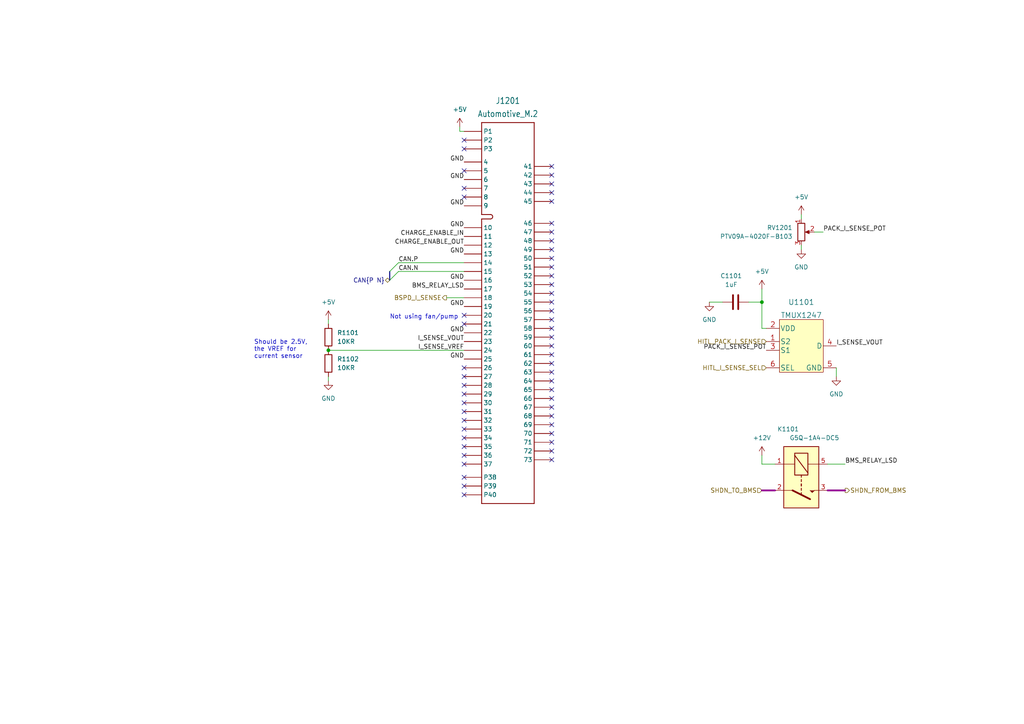
<source format=kicad_sch>
(kicad_sch (version 20230121) (generator eeschema)
  (paper "A4")
  (lib_symbols
    (symbol "10KR_1" (pin_numbers hide) (pin_names (offset 0))
      (property "Reference" "R" (at 2.032 0 90))
      (property "Value" "10KR_1" (at 0 0 90))
      (symbol "10KR_1_0_1"
        (rectangle (start -1.016 -2.54) (end 1.016 2.54) (stroke (width 0.254)))
      )
      (symbol "10KR_1_1_1"
        (pin passive line (at 0 3.81 270) (length 1.27) (name "~") (number "1"))
        (pin passive line (at 0 -3.81 90) (length 1.27) (name "~") (number "2"))
      )
    )
    (symbol "OEM:10KR" (pin_numbers hide) (pin_names (offset 0))
      (property "Reference" "R" (at 2.032 0 90))
      (property "Value" "10KR" (at 0 0 90))
      (symbol "10KR_0_1"
        (rectangle (start -1.016 -2.54) (end 1.016 2.54) (stroke (width 0.254)))
      )
      (symbol "10KR_1_1"
        (pin passive line (at 0 3.81 270) (length 1.27) (name "~") (number "1"))
        (pin passive line (at 0 -3.81 90) (length 1.27) (name "~") (number "2"))
      )
    )
    (symbol "OEM:1uF" (pin_numbers hide) (pin_names (offset 0.254))
      (property "Reference" "C" (at 0.635 2.54 0))
      (property "Value" "1uF" (at 0.635 -2.54 0))
      (symbol "1uF_0_1"
        (polyline (pts (xy -2.032 -0.762) (xy 2.032 -0.762)) (stroke (width 0.508)))
        (polyline (pts (xy -2.032 0.762) (xy 2.032 0.762)) (stroke (width 0.508)))
      )
      (symbol "1uF_1_1"
        (pin passive line (at 0 3.81 270) (length 2.794) (name "~") (number "1"))
        (pin passive line (at 0 -3.81 90) (length 2.794) (name "~") (number "2"))
      )
    )
    (symbol "OEM:Automotive_M.2"
      (property "Reference" "J?" (at 1.27 49.53 0))
      (property "Value" "Automotive_M.2" (at 7.62 45.72 0))
      (symbol "Automotive_M.2_0_1"
        (arc (start -5.0436 15.2415) (mid -4.4198 15.8765) (end -5.0436 16.5115) (stroke (width 0.25)))
        (polyline (pts (xy -7.62 15.24) (xy -5.08 15.24)) (stroke (width 0.25)))
        (polyline (pts (xy -7.62 16.51) (xy -5.08 16.51)) (stroke (width 0.25)))
        (polyline (pts (xy -7.62 43.18) (xy -7.62 16.51)) (stroke (width 0.25)))
        (polyline (pts (xy 7.62 -67.31) (xy -7.62 -67.31)) (stroke (width 0.25)))
      )
      (symbol "Automotive_M.2_1_0"
        (polyline (pts (xy -7.62 -67.31) (xy -7.62 15.24)) (stroke (width 0.254)))
        (polyline (pts (xy 7.62 43.18) (xy -7.62 43.18)) (stroke (width 0.254)))
        (polyline (pts (xy 7.62 43.18) (xy 7.62 -67.31)) (stroke (width 0.254)))
        (pin bidirectional line (at -12.7 12.7 0) (length 5.08) (name "10") (number "10"))
        (pin bidirectional line (at -12.7 10.16 0) (length 5.08) (name "11") (number "11"))
        (pin bidirectional line (at -12.7 7.62 0) (length 5.08) (name "12") (number "12"))
        (pin bidirectional line (at -12.7 5.08 0) (length 5.08) (name "13") (number "13"))
        (pin bidirectional line (at -12.7 2.54 0) (length 5.08) (name "14") (number "14"))
        (pin bidirectional line (at -12.7 0 0) (length 5.08) (name "15") (number "15"))
        (pin bidirectional line (at -12.7 -2.54 0) (length 5.08) (name "16") (number "16"))
        (pin bidirectional line (at -12.7 -5.08 0) (length 5.08) (name "17") (number "17"))
        (pin bidirectional line (at -12.7 -7.62 0) (length 5.08) (name "18") (number "18"))
        (pin bidirectional line (at -12.7 -10.16 0) (length 5.08) (name "19") (number "19"))
        (pin bidirectional line (at -12.7 -12.7 0) (length 5.08) (name "20") (number "20"))
        (pin bidirectional line (at -12.7 -15.24 0) (length 5.08) (name "21") (number "21"))
        (pin bidirectional line (at -12.7 -17.78 0) (length 5.08) (name "22") (number "22"))
        (pin bidirectional line (at -12.7 -20.32 0) (length 5.08) (name "23") (number "23"))
        (pin bidirectional line (at -12.7 -22.86 0) (length 5.08) (name "24") (number "24"))
        (pin bidirectional line (at -12.7 -25.4 0) (length 5.08) (name "25") (number "25"))
        (pin bidirectional line (at -12.7 -27.94 0) (length 5.08) (name "26") (number "26"))
        (pin bidirectional line (at -12.7 -30.48 0) (length 5.08) (name "27") (number "27"))
        (pin bidirectional line (at -12.7 -33.02 0) (length 5.08) (name "28") (number "28"))
        (pin bidirectional line (at -12.7 -35.56 0) (length 5.08) (name "29") (number "29"))
        (pin bidirectional line (at -12.7 -38.1 0) (length 5.08) (name "30") (number "30"))
        (pin bidirectional line (at -12.7 -40.64 0) (length 5.08) (name "31") (number "31"))
        (pin bidirectional line (at -12.7 -43.18 0) (length 5.08) (name "32") (number "32"))
        (pin bidirectional line (at -12.7 -45.72 0) (length 5.08) (name "33") (number "33"))
        (pin bidirectional line (at -12.7 -48.26 0) (length 5.08) (name "34") (number "34"))
        (pin bidirectional line (at -12.7 -50.8 0) (length 5.08) (name "35") (number "35"))
        (pin bidirectional line (at -12.7 -53.34 0) (length 5.08) (name "36") (number "36"))
        (pin bidirectional line (at -12.7 -55.88 0) (length 5.08) (name "37") (number "37"))
        (pin bidirectional line (at -12.7 31.75 0) (length 5.08) (name "4") (number "4"))
        (pin bidirectional line (at 12.7 30.48 180) (length 5.08) (name "41") (number "41"))
        (pin bidirectional line (at 12.7 27.94 180) (length 5.08) (name "42") (number "42"))
        (pin bidirectional line (at 12.7 25.4 180) (length 5.08) (name "43") (number "43"))
        (pin bidirectional line (at 12.7 22.86 180) (length 5.08) (name "44") (number "44"))
        (pin bidirectional line (at 12.7 20.32 180) (length 5.08) (name "45") (number "45"))
        (pin bidirectional line (at 12.7 13.97 180) (length 5.08) (name "46") (number "46"))
        (pin bidirectional line (at 12.7 11.43 180) (length 5.08) (name "47") (number "47"))
        (pin bidirectional line (at 12.7 8.89 180) (length 5.08) (name "48") (number "48"))
        (pin bidirectional line (at 12.7 6.35 180) (length 5.08) (name "49") (number "49"))
        (pin bidirectional line (at -12.7 29.21 0) (length 5.08) (name "5") (number "5"))
        (pin bidirectional line (at 12.7 3.81 180) (length 5.08) (name "50") (number "50"))
        (pin bidirectional line (at 12.7 1.27 180) (length 5.08) (name "51") (number "51"))
        (pin bidirectional line (at 12.7 -1.27 180) (length 5.08) (name "52") (number "52"))
        (pin bidirectional line (at 12.7 -3.81 180) (length 5.08) (name "53") (number "53"))
        (pin bidirectional line (at 12.7 -6.35 180) (length 5.08) (name "54") (number "54"))
        (pin bidirectional line (at 12.7 -8.89 180) (length 5.08) (name "55") (number "55"))
        (pin bidirectional line (at 12.7 -11.43 180) (length 5.08) (name "56") (number "56"))
        (pin bidirectional line (at 12.7 -13.97 180) (length 5.08) (name "57") (number "57"))
        (pin bidirectional line (at 12.7 -16.51 180) (length 5.08) (name "58") (number "58"))
        (pin bidirectional line (at 12.7 -19.05 180) (length 5.08) (name "59") (number "59"))
        (pin bidirectional line (at -12.7 26.67 0) (length 5.08) (name "6") (number "6"))
        (pin bidirectional line (at 12.7 -21.59 180) (length 5.08) (name "60") (number "60"))
        (pin bidirectional line (at 12.7 -24.13 180) (length 5.08) (name "61") (number "61"))
        (pin bidirectional line (at 12.7 -26.67 180) (length 5.08) (name "62") (number "62"))
        (pin bidirectional line (at 12.7 -29.21 180) (length 5.08) (name "63") (number "63"))
        (pin bidirectional line (at 12.7 -31.75 180) (length 5.08) (name "64") (number "64"))
        (pin bidirectional line (at 12.7 -34.29 180) (length 5.08) (name "65") (number "65"))
        (pin bidirectional line (at 12.7 -36.83 180) (length 5.08) (name "66") (number "66"))
        (pin bidirectional line (at 12.7 -39.37 180) (length 5.08) (name "67") (number "67"))
        (pin bidirectional line (at 12.7 -41.91 180) (length 5.08) (name "68") (number "68"))
        (pin bidirectional line (at 12.7 -44.45 180) (length 5.08) (name "69") (number "69"))
        (pin bidirectional line (at -12.7 24.13 0) (length 5.08) (name "7") (number "7"))
        (pin bidirectional line (at 12.7 -46.99 180) (length 5.08) (name "70") (number "70"))
        (pin bidirectional line (at 12.7 -49.53 180) (length 5.08) (name "71") (number "71"))
        (pin bidirectional line (at 12.7 -52.07 180) (length 5.08) (name "72") (number "72"))
        (pin bidirectional line (at 12.7 -54.61 180) (length 5.08) (name "73") (number "73"))
        (pin bidirectional line (at -12.7 21.59 0) (length 5.08) (name "8") (number "8"))
        (pin bidirectional line (at -12.7 19.05 0) (length 5.08) (name "9") (number "9"))
        (pin bidirectional line (at -12.7 40.64 0) (length 5.08) (name "P1") (number "P1"))
        (pin bidirectional line (at -12.7 38.1 0) (length 5.08) (name "P2") (number "P2"))
        (pin bidirectional line (at -12.7 35.56 0) (length 5.08) (name "P3") (number "P3"))
        (pin bidirectional line (at -12.7 -59.69 0) (length 5.08) (name "P38") (number "P38"))
        (pin bidirectional line (at -12.7 -62.23 0) (length 5.08) (name "P39") (number "P39"))
        (pin bidirectional line (at -12.7 -64.77 0) (length 5.08) (name "P40") (number "P40"))
      )
    )
    (symbol "OEM:G5Q-1A4-DC5" (pin_names (offset 1.016))
      (property "Reference" "K" (at 8.89 3.81 0))
      (property "Value" "G5Q-1A4-DC5" (at -10.16 -3.81 0))
      (symbol "G5Q-1A4-DC5_0_0"
        (polyline (pts (xy 2.54 3.81) (xy 2.54 5.08)))
      )
      (symbol "G5Q-1A4-DC5_0_1"
        (rectangle (start -10.16 5.08) (end 7.62 -5.08) (stroke (width 0.254)) (fill (type background)))
        (rectangle (start -8.255 1.905) (end -1.905 -1.905) (stroke (width 0.254)))
        (polyline (pts (xy -7.62 -1.905) (xy -2.54 1.905)) (stroke (width 0.254)))
        (polyline (pts (xy -5.08 -5.08) (xy -5.08 -1.905)))
        (polyline (pts (xy -5.08 5.08) (xy -5.08 1.905)))
        (polyline (pts (xy -1.905 0) (xy -1.27 0)) (stroke (width 0.254)))
        (polyline (pts (xy -0.635 0) (xy 0 0)) (stroke (width 0.254)))
        (polyline (pts (xy 0.635 0) (xy 1.27 0)) (stroke (width 0.254)))
        (polyline (pts (xy 0.635 0) (xy 1.27 0)) (stroke (width 0.254)))
        (polyline (pts (xy 1.905 0) (xy 2.54 0)) (stroke (width 0.254)))
        (polyline (pts (xy 2.54 -2.54) (xy 2.54 -5.08)))
        (polyline (pts (xy 2.54 -2.54) (xy 5.08 2.54)) (stroke (width 0.508)))
        (polyline (pts (xy 3.175 0) (xy 3.81 0)) (stroke (width 0.254)))
        (polyline (pts (xy 2.54 2.54) (xy 3.175 3.175) (xy 2.54 3.81)) (fill (type outline)))
      )
      (symbol "G5Q-1A4-DC5_1_1"
        (pin passive line (at -5.08 -7.62 90) (length 2.54) (name "~") (number "1"))
        (pin passive line (at 2.54 -7.62 90) (length 2.54) (name "~") (number "2"))
        (pin passive line (at 2.54 7.62 270) (length 2.54) (name "~") (number "3"))
        (pin passive line (at -5.08 7.62 270) (length 2.54) (name "~") (number "5"))
      )
    )
    (symbol "OEM:PTV09A-4020F-B103" (pin_names (offset 1.016) hide)
      (property "Reference" "RV" (at -4.445 0 90))
      (property "Value" "PTV09A-4020F-B103" (at -2.54 0 90))
      (symbol "PTV09A-4020F-B103_0_1"
        (polyline (pts (xy 2.54 0) (xy 1.524 0)))
        (polyline (pts (xy 1.143 0) (xy 2.286 0.508) (xy 2.286 -0.508) (xy 1.143 0)) (fill (type outline)))
        (rectangle (start 1.016 2.54) (end -1.016 -2.54) (stroke (width 0.254)))
      )
      (symbol "PTV09A-4020F-B103_1_1"
        (pin passive line (at 0 3.81 270) (length 1.27) (name "1") (number "1"))
        (pin passive line (at 3.81 0 180) (length 1.27) (name "2") (number "2"))
        (pin passive line (at 0 -3.81 90) (length 1.27) (name "3") (number "3"))
      )
    )
    (symbol "OEM:TMUX1247" (pin_names (offset 0.254))
      (property "Reference" "U" (at 0 12.7 0))
      (property "Value" "TMUX1247" (at 0 10.16 0))
      (symbol "TMUX1247_1_1"
        (rectangle (start -6.35 7.62) (end 6.35 -7.62) (fill (type background)))
        (pin bidirectional line (at -10.16 1.27 0) (length 3.81) (name "S2") (number "1"))
        (pin power_in line (at -10.16 5.08 0) (length 3.81) (name "VDD") (number "2"))
        (pin bidirectional line (at -10.16 -1.27 0) (length 3.81) (name "S1") (number "3"))
        (pin bidirectional line (at 10.16 0 180) (length 3.81) (name "D") (number "4"))
        (pin power_in line (at 10.16 -6.35 180) (length 3.81) (name "GND") (number "5"))
        (pin input line (at -10.16 -6.35 0) (length 3.81) (name "SEL") (number "6"))
      )
    )
    (symbol "power:+12V" (power) (pin_names (offset 0))
      (property "Value" "+12V" (at 0 3.556 0))
      (symbol "+12V_0_1"
        (polyline (pts (xy -0.762 1.27) (xy 0 2.54)))
        (polyline (pts (xy 0 0) (xy 0 2.54)))
        (polyline (pts (xy 0 2.54) (xy 0.762 1.27)))
      )
      (symbol "+12V_1_1"
        (pin power_in line (at 0 0 90) (length 0) hide (name "+12V") (number "1"))
      )
    )
    (symbol "power:+5V" (power) (pin_names (offset 0))
      (property "Value" "+5V" (at 0 3.556 0))
      (symbol "+5V_0_1"
        (polyline (pts (xy -0.762 1.27) (xy 0 2.54)))
        (polyline (pts (xy 0 0) (xy 0 2.54)))
        (polyline (pts (xy 0 2.54) (xy 0.762 1.27)))
      )
      (symbol "+5V_1_1"
        (pin power_in line (at 0 0 90) (length 0) hide (name "+5V") (number "1"))
      )
    )
    (symbol "power:GND" (power) (pin_names (offset 0))
      (property "Value" "GND" (at 0 -3.81 0))
      (symbol "GND_0_1"
        (polyline (pts (xy 0 0) (xy 0 -1.27) (xy 1.27 -1.27) (xy 0 -2.54) (xy -1.27 -1.27) (xy 0 -1.27)))
      )
      (symbol "GND_1_1"
        (pin power_in line (at 0 0 270) (length 0) hide (name "GND") (number "1"))
      )
    )
  )
  (junction (at 95.25 101.6))
  (junction (at 220.98 87.63))
  (no_connect (at 134.62 140.97))
  (no_connect (at 134.62 124.46))
  (no_connect (at 160.02 107.95))
  (no_connect (at 160.02 97.79))
  (no_connect (at 160.02 120.65))
  (no_connect (at 160.02 48.26))
  (no_connect (at 160.02 100.33))
  (no_connect (at 160.02 53.34))
  (no_connect (at 160.02 115.57))
  (no_connect (at 160.02 50.8))
  (no_connect (at 160.02 82.55))
  (no_connect (at 160.02 102.87))
  (no_connect (at 160.02 118.11))
  (no_connect (at 160.02 130.81))
  (no_connect (at 160.02 85.09))
  (no_connect (at 160.02 128.27))
  (no_connect (at 134.62 119.38))
  (no_connect (at 134.62 114.3))
  (no_connect (at 160.02 105.41))
  (no_connect (at 134.62 57.15))
  (no_connect (at 160.02 69.85))
  (no_connect (at 134.62 143.51))
  (no_connect (at 134.62 43.18))
  (no_connect (at 134.62 106.68))
  (no_connect (at 160.02 133.35))
  (no_connect (at 160.02 90.17))
  (no_connect (at 134.62 116.84))
  (no_connect (at 160.02 92.71))
  (no_connect (at 134.62 91.44))
  (no_connect (at 134.62 132.08))
  (no_connect (at 160.02 123.19))
  (no_connect (at 160.02 64.77))
  (no_connect (at 160.02 87.63))
  (no_connect (at 134.62 54.61))
  (no_connect (at 160.02 58.42))
  (no_connect (at 134.62 129.54))
  (no_connect (at 134.62 40.64))
  (no_connect (at 160.02 72.39))
  (no_connect (at 160.02 110.49))
  (no_connect (at 160.02 80.01))
  (no_connect (at 134.62 127))
  (no_connect (at 160.02 125.73))
  (no_connect (at 134.62 134.62))
  (no_connect (at 160.02 95.25))
  (no_connect (at 160.02 77.47))
  (no_connect (at 160.02 74.93))
  (no_connect (at 134.62 138.43))
  (no_connect (at 134.62 93.98))
  (no_connect (at 134.62 121.92))
  (no_connect (at 160.02 55.88))
  (no_connect (at 160.02 113.03))
  (no_connect (at 160.02 67.31))
  (no_connect (at 134.62 109.22))
  (no_connect (at 134.62 49.53))
  (no_connect (at 134.62 111.76))
  (bus_entry (at 113.03 78.74) (size 2.54 -2.54))
  (bus_entry (at 113.03 81.28) (size 2.54 -2.54))
  (wire (pts (xy 232.41 71.12) (xy 232.41 72.39)))
  (wire (pts (xy 115.57 78.74) (xy 134.62 78.74)))
  (wire (pts (xy 240.03 134.62) (xy 245.11 134.62)))
  (wire (pts (xy 220.98 132.08) (xy 220.98 134.62)))
  (wire (pts (xy 115.57 76.2) (xy 134.62 76.2)))
  (wire (pts (xy 133.35 36.83) (xy 133.35 38.1)))
  (wire (pts (xy 220.98 87.63) (xy 220.98 95.25)))
  (wire (pts (xy 232.41 62.23) (xy 232.41 63.5)))
  (bus (pts (xy 113.03 78.74) (xy 113.03 81.28)))
  (wire (pts (xy 220.98 95.25) (xy 222.25 95.25)))
  (wire (pts (xy 224.79 134.62) (xy 220.98 134.62)))
  (wire (pts (xy 129.54 86.36) (xy 134.62 86.36)))
  (wire (pts (xy 95.25 92.71) (xy 95.25 93.98)))
  (wire (pts (xy 240.03 142.24) (xy 245.11 142.24)) (stroke (width 0.508) (color 132 0 132 1)))
  (wire (pts (xy 220.98 142.24) (xy 224.79 142.24)) (stroke (width 0.508) (color 132 0 132 1)))
  (wire (pts (xy 95.25 101.6) (xy 134.62 101.6)))
  (wire (pts (xy 95.25 109.22) (xy 95.25 110.49)))
  (wire (pts (xy 238.76 67.31) (xy 236.22 67.31)))
  (wire (pts (xy 220.98 83.82) (xy 220.98 87.63)))
  (wire (pts (xy 205.74 87.63) (xy 209.55 87.63)))
  (wire (pts (xy 242.57 106.68) (xy 242.57 109.22)))
  (wire (pts (xy 217.17 87.63) (xy 220.98 87.63)))
  (wire (pts (xy 133.35 38.1) (xy 134.62 38.1)))
  (text "Should be 2.5V,\nthe VREF for\ncurrent sensor" (at 73.66 104.14 0) (effects (font (size 1.27 1.27)) (justify left bottom)))
  (text "Not using fan/pump" (at 113.03 92.71 0) (effects (font (size 1.27 1.27)) (justify left bottom)))
  (label "GND" (at 134.62 52.07 180))
  (label "BMS_RELAY_LSD" (at 245.11 134.62 0))
  (label "GND" (at 134.62 96.52 180))
  (label "GND" (at 134.62 81.28 180))
  (label "BMS_RELAY_LSD" (at 134.62 83.82 180))
  (label "CHARGE_ENABLE_OUT" (at 134.62 71.12 180))
  (label "GND" (at 134.62 73.66 180))
  (label "CAN.P" (at 115.57 76.2 0))
  (label "GND" (at 134.62 88.9 180))
  (label "PACK_I_SENSE_POT" (at 238.76 67.31 0))
  (label "GND" (at 134.62 66.04 180))
  (label "GND" (at 134.62 104.14 180))
  (label "CHARGE_ENABLE_IN" (at 134.62 68.58 180))
  (label "I_SENSE_VOUT" (at 242.57 100.33 0))
  (label "GND" (at 134.62 59.69 180))
  (label "PACK_I_SENSE_POT" (at 222.25 101.6 180))
  (label "I_SENSE_VREF" (at 134.6104 101.6 180))
  (label "I_SENSE_VOUT" (at 134.62 99.06 180))
  (label "CAN.N" (at 115.57 78.74 0))
  (label "GND" (at 134.62 46.99 180))
  (hierarchical_label "HITL_I_SENSE_SEL" (shape input) (at 222.25 106.68 180))
  (hierarchical_label "BSPD_I_SENSE" (shape output) (at 129.54 86.36 180))
  (hierarchical_label "SHDN_FROM_BMS" (shape output) (at 245.11 142.24 0))
  (hierarchical_label "CAN{P N}" (shape bidirectional) (at 113.03 81.28 180))
  (hierarchical_label "HITL_PACK_I_SENSE" (shape input) (at 222.25 99.06 180))
  (hierarchical_label "SHDN_TO_BMS" (shape input) (at 220.98 142.24 180))
  (symbol (lib_id "power:GND") (at 205.74 87.63 0) (unit 1)
    (property "Reference" "#PWR?" (effects hide))
    (property "Value" "GND" (at 205.74 92.71 0))
  )
  (symbol (lib_id "power:+5V") (at 133.35 36.83 0) (unit 1)
    (property "Reference" "#PWR?" (effects hide))
    (property "Value" "+5V" (at 133.35 31.75 0))
  )
  (symbol (lib_id "OEM:TMUX1247") (at 232.41 100.33 0) (unit 1)
    (property "Reference" "U1101" (at 232.41 87.63 0) (effects (font (size 1.524 1.524))))
    (property "Value" "TMUX1247" (at 232.41 91.44 0) (effects (font (size 1.524 1.524))))
    (property "Footprint" "footprints:TMUX1247DCKR" (effects hide))
    (property "Datasheet" "https://www.ti.com/lit/ds/symlink/tmux1247.pdf" (effects hide))
    (property "MPN" "TMUX1247DCKR" (effects hide))
    (property "MFN" "Texas Instruments" (effects hide))
    (property "DKPN" "296-TMUX1247DCKRDKR-ND" (effects hide))
    (property "NewDesigns" "YES" (effects hide))
    (property "Stocked" "Digi-Reel" (effects hide))
    (property "Package" "SC70" (effects hide))
    (property "Style" "THT" (effects hide))
  )
  (symbol (lib_id "OEM:Automotive_M.2") (at 147.32 78.74 0) (unit 1)
    (property "Reference" "J1201" (at 147.32 29.21 0) (effects (font (size 1.778 1.5113))))
    (property "Value" "Automotive_M.2" (at 147.32 33.02 0) (effects (font (size 1.778 1.5113))))
    (property "Footprint" "footprints:Automotive_M.2" (effects hide))
    (property "Datasheet" "https://www.mouser.com/catalog/specsheets/Yamaichi_04142021_CNU027S-067-2001-VE_DataSheet_Ver_A.pdf" (effects hide))
    (property "MPN" "CNU027S-067-2001-VE" (effects hide))
    (property "MFN" "Yamaichi Electronics" (effects hide))
    (property "DKPN" "MOUSER:945-CNU027S0672001VE" (effects hide))
    (property "NewDesigns" "YES" (effects hide))
    (property "Stocked" "Tape" (effects hide))
    (property "Package" "Custom" (effects hide))
    (property "Style" "SMD" (effects hide))
  )
  (symbol (lib_id "OEM:10KR") (at 95.25 97.79 0) (unit 1)
    (property "Reference" "R1101" (at 97.79 96.5199 0) (effects (justify left)))
    (property "Value" "10KR" (at 97.79 99.0599 0) (effects (justify left)))
    (property "Footprint" "OEM:R_0603" (effects hide))
    (property "Datasheet" "${OEM_DIR}/parts/datasheets/stackpole_RMCF_RMCP.pdf" (effects hide))
    (property "MFN" "Stackpole Electronics" (effects hide))
    (property "MPN" "RMCF0603FT10K0" (effects hide))
    (property "DKPN" "RMCF0603FT10K0TR-ND" (effects hide))
    (property "Package" "0603" (effects hide))
    (property "NewDesigns" "YES" (effects hide))
    (property "Stocked" "Reel" (effects hide))
    (property "Style" "SMD" (effects hide))
  )
  (symbol (lib_name "10KR_1") (lib_id "OEM:10KR") (at 95.25 105.41 0) (unit 1)
    (property "Reference" "R1102" (at 97.79 104.1399 0) (effects (justify left)))
    (property "Value" "10KR" (at 97.79 106.6799 0) (effects (justify left)))
    (property "Footprint" "OEM:R_0603" (effects hide))
    (property "Datasheet" "${OEM_DIR}/parts/datasheets/stackpole_RMCF_RMCP.pdf" (effects hide))
    (property "MFN" "Stackpole Electronics" (effects hide))
    (property "MPN" "RMCF0603FT10K0" (effects hide))
    (property "DKPN" "RMCF0603FT10K0TR-ND" (effects hide))
    (property "Package" "0603" (effects hide))
    (property "NewDesigns" "YES" (effects hide))
    (property "Stocked" "Reel" (effects hide))
    (property "Style" "SMD" (effects hide))
  )
  (symbol (lib_id "OEM:G5Q-1A4-DC5") (at 232.41 139.7 270) (unit 1)
    (property "Reference" "K1101" (at 228.6 124.46 90))
    (property "Value" "G5Q-1A4-DC5" (at 236.22 127 90))
    (property "Footprint" "footprints:Relay_SPST_OMRON-G5Q-1A4_OEM" (effects hide))
    (property "Datasheet" "https://omronfs.omron.com/en_US/ecb/products/pdf/en-g5q.pdf" (effects hide))
    (property "MFN" "Omron" (effects hide))
    (property "MPN" "G5Q-1A4 DC5" (effects hide))
    (property "DKPN" "Z3632-ND" (effects hide))
    (property "NewDesigns" "YES" (effects hide))
    (property "Stocked" "Tray" (effects hide))
    (property "Package" "G5Q (Custom)" (effects hide))
    (property "Style" "THT" (effects hide))
  )
  (symbol (lib_id "power:+5V") (at 220.98 83.82 0) (unit 1)
    (property "Reference" "#PWR?" (effects hide))
    (property "Value" "+5V" (at 220.98 78.74 0))
  )
  (symbol (lib_id "power:+12V") (at 220.98 132.08 0) (unit 1)
    (property "Reference" "#PWR?" (effects hide))
    (property "Value" "+12V" (at 220.98 127 0))
  )
  (symbol (lib_id "power:GND") (at 242.57 109.22 0) (unit 1)
    (property "Reference" "#PWR?" (effects hide))
    (property "Value" "GND" (at 242.57 114.3 0))
  )
  (symbol (lib_id "OEM:PTV09A-4020F-B103") (at 232.41 67.31 0) (unit 1)
    (property "Reference" "RV1201" (at 229.87 66.0399 0) (effects (justify right)))
    (property "Value" "PTV09A-4020F-B103" (at 229.87 68.5799 0) (effects (justify right)))
    (property "Footprint" "footprints:PTV09A4020FB103" (effects hide))
    (property "MPN" "PTV09A-4020F-B103" (effects hide))
    (property "MFN" "Bourns" (effects hide))
    (property "DKPN" "PTV09A-4020F-B103-ND" (effects hide))
    (property "NewDesigns" "YES" (effects hide))
    (property "Stocked" "Tray" (effects hide))
    (property "Package" "Custom" (effects hide))
    (property "Style" "THT" (effects hide))
  )
  (symbol (lib_id "OEM:1uF") (at 213.36 87.63 90) (unit 1)
    (property "Reference" "C1101" (at 212.09 80.01 90))
    (property "Value" "1uF" (at 212.09 82.55 90))
    (property "Footprint" "OEM:C_0603" (effects hide))
    (property "Datasheet" "https://media.digikey.com/pdf/Data%20Sheets/Samsung%20PDFs/CL10B105KA8NNNC_spec.pdf" (effects hide))
    (property "MFN" "Samsung Electro-Mechanics" (effects hide))
    (property "MPN" "CL10B105KA8NNNC" (effects hide))
    (property "DKPN" "1276-1184-2-ND" (effects hide))
    (property "Package" "0603" (effects hide))
    (property "Stocked" "Reel" (effects hide))
    (property "NewDesigns" "YES" (effects hide))
    (property "Style" "SMD" (effects hide))
  )
  (symbol (lib_id "power:+5V") (at 232.41 62.23 0) (unit 1)
    (property "Reference" "#PWR?" (effects hide))
    (property "Value" "+5V" (at 232.41 57.15 0))
  )
  (symbol (lib_id "power:GND") (at 95.25 110.49 0) (unit 1)
    (property "Reference" "#PWR?" (effects hide))
    (property "Value" "GND" (at 95.25 115.57 0))
  )
  (symbol (lib_id "power:GND") (at 232.41 72.39 0) (unit 1)
    (property "Reference" "#PWR?" (effects hide))
    (property "Value" "GND" (at 232.41 77.47 0))
  )
  (symbol (lib_id "power:+5V") (at 95.25 92.71 0) (unit 1)
    (property "Reference" "#PWR?" (effects hide))
    (property "Value" "+5V" (at 95.25 87.63 0))
  )
)
</source>
